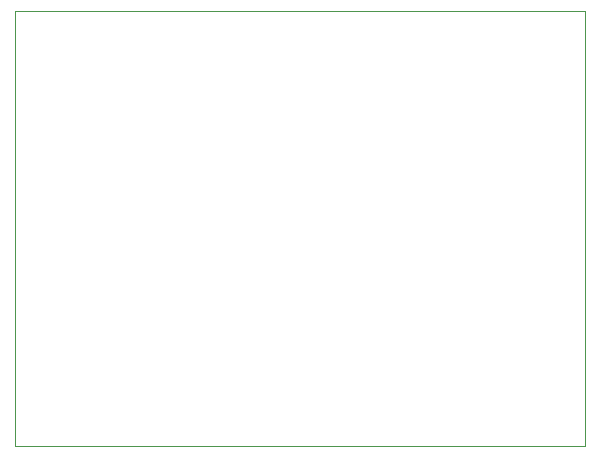
<source format=gbr>
%TF.GenerationSoftware,KiCad,Pcbnew,7.0.5*%
%TF.CreationDate,2026-01-03T12:26:39-08:00*%
%TF.ProjectId,ST-Noise,53542d4e-6f69-4736-952e-6b696361645f,rev?*%
%TF.SameCoordinates,Original*%
%TF.FileFunction,Profile,NP*%
%FSLAX46Y46*%
G04 Gerber Fmt 4.6, Leading zero omitted, Abs format (unit mm)*
G04 Created by KiCad (PCBNEW 7.0.5) date 2026-01-03 12:26:39*
%MOMM*%
%LPD*%
G01*
G04 APERTURE LIST*
%TA.AperFunction,Profile*%
%ADD10C,0.100000*%
%TD*%
G04 APERTURE END LIST*
D10*
X153670000Y-78740000D02*
X105410000Y-78740000D01*
X105410000Y-41910000D02*
X105410000Y-78740000D01*
X153670000Y-41910000D02*
X153670000Y-78740000D01*
X105410000Y-41910000D02*
X153670000Y-41910000D01*
M02*

</source>
